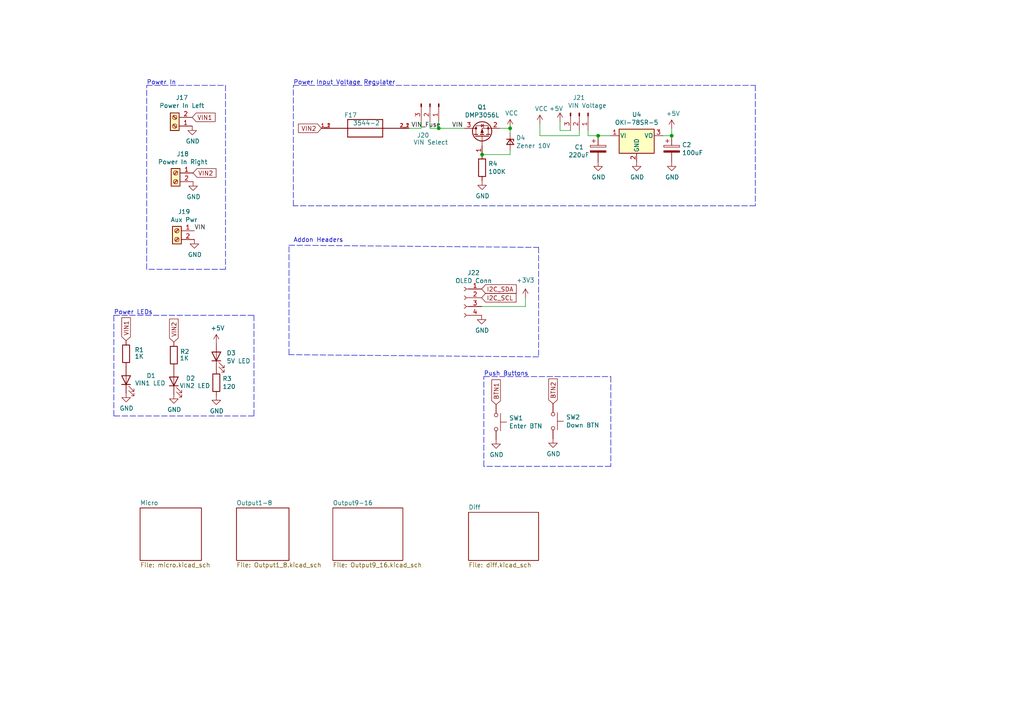
<source format=kicad_sch>
(kicad_sch (version 20211123) (generator eeschema)
  (paper "A4")
  (title_block (title "ESP32 Controller") (date "2023-01-11") (rev "v1") (company "Scott Hanson"))
  (lib_symbols
    (symbol "Connector:Conn_01x03_Male" (pin_names (offset 1.016) hide)
      (property "Reference" "J" (at 0 5.08 0))
      (property "Value" "Conn_01x03_Male" (at 0 -5.08 0))
      (symbol "Conn_01x03_Male_1_1"
        (polyline (pts (xy 1.27 -2.54) (xy 0.8636 -2.54)) (stroke (width 0.1524)))
        (polyline (pts (xy 1.27 0) (xy 0.8636 0)) (stroke (width 0.1524)))
        (polyline (pts (xy 1.27 2.54) (xy 0.8636 2.54)) (stroke (width 0.1524)))
        (rectangle (start 0.8636 -2.413) (end 0 -2.667) (stroke (width 0.1524)) (fill (type outline)))
        (rectangle (start 0.8636 0.127) (end 0 -0.127) (stroke (width 0.1524)) (fill (type outline)))
        (rectangle (start 0.8636 2.667) (end 0 2.413) (stroke (width 0.1524)) (fill (type outline)))
        (pin passive line (at 5.08 2.54 180) (length 3.81) (name "Pin_1") (number "1"))
        (pin passive line (at 5.08 0 180) (length 3.81) (name "Pin_2") (number "2"))
        (pin passive line (at 5.08 -2.54 180) (length 3.81) (name "Pin_3") (number "3"))
      )
    )
    (symbol "Connector:Conn_01x04_Female" (pin_names (offset 1.016) hide)
      (property "Reference" "J" (at 0 5.08 0))
      (property "Value" "Conn_01x04_Female" (at 0 -7.62 0))
      (symbol "Conn_01x04_Female_1_1"
        (arc (start 0 -4.572) (mid -0.508 -5.08) (end 0 -5.588) (stroke (width 0.1524)))
        (arc (start 0 -2.032) (mid -0.508 -2.54) (end 0 -3.048) (stroke (width 0.1524)))
        (polyline (pts (xy -1.27 -5.08) (xy -0.508 -5.08)) (stroke (width 0.1524)))
        (polyline (pts (xy -1.27 -2.54) (xy -0.508 -2.54)) (stroke (width 0.1524)))
        (polyline (pts (xy -1.27 0) (xy -0.508 0)) (stroke (width 0.1524)))
        (polyline (pts (xy -1.27 2.54) (xy -0.508 2.54)) (stroke (width 0.1524)))
        (arc (start 0 0.508) (mid -0.508 0) (end 0 -0.508) (stroke (width 0.1524)))
        (arc (start 0 3.048) (mid -0.508 2.54) (end 0 2.032) (stroke (width 0.1524)))
        (pin passive line (at -5.08 2.54 0) (length 3.81) (name "Pin_1") (number "1"))
        (pin passive line (at -5.08 0 0) (length 3.81) (name "Pin_2") (number "2"))
        (pin passive line (at -5.08 -2.54 0) (length 3.81) (name "Pin_3") (number "3"))
        (pin passive line (at -5.08 -5.08 0) (length 3.81) (name "Pin_4") (number "4"))
      )
    )
    (symbol "Connector:Screw_Terminal_01x02" (pin_names (offset 1.016) hide)
      (property "Reference" "J" (at 0 2.54 0))
      (property "Value" "Screw_Terminal_01x02" (at 0 -5.08 0))
      (symbol "Screw_Terminal_01x02_1_1"
        (rectangle (start -1.27 1.27) (end 1.27 -3.81) (stroke (width 0.254)) (fill (type background)))
        (circle (center 0 -2.54) (radius 0.635) (stroke (width 0.1524)))
        (polyline (pts (xy -0.5334 -2.2098) (xy 0.3302 -3.048)) (stroke (width 0.1524)))
        (polyline (pts (xy -0.5334 0.3302) (xy 0.3302 -0.508)) (stroke (width 0.1524)))
        (polyline (pts (xy -0.3556 -2.032) (xy 0.508 -2.8702)) (stroke (width 0.1524)))
        (polyline (pts (xy -0.3556 0.508) (xy 0.508 -0.3302)) (stroke (width 0.1524)))
        (circle (center 0 0) (radius 0.635) (stroke (width 0.1524)))
        (pin passive line (at -5.08 0 0) (length 3.81) (name "Pin_1") (number "1"))
        (pin passive line (at -5.08 -2.54 0) (length 3.81) (name "Pin_2") (number "2"))
      )
    )
    (symbol "Device:D_Zener_Small" (pin_numbers hide) (pin_names (offset 0.254) hide)
      (property "Reference" "D" (at 0 2.286 0))
      (property "Value" "D_Zener_Small" (at 0 -2.286 0))
      (symbol "D_Zener_Small_0_1"
        (polyline (pts (xy 0.762 0) (xy -0.762 0)))
        (polyline (pts (xy -0.254 1.016) (xy -0.762 1.016) (xy -0.762 -1.016)) (stroke (width 0.254)))
        (polyline (pts (xy 0.762 1.016) (xy -0.762 0) (xy 0.762 -1.016) (xy 0.762 1.016)) (stroke (width 0.254)))
      )
      (symbol "D_Zener_Small_1_1"
        (pin passive line (at -2.54 0 0) (length 1.778) (name "K") (number "1"))
        (pin passive line (at 2.54 0 180) (length 1.778) (name "A") (number "2"))
      )
    )
    (symbol "Device:LED" (pin_numbers hide) (pin_names (offset 1.016) hide)
      (property "Reference" "D" (at 0 2.54 0))
      (property "Value" "LED" (at 0 -2.54 0))
      (symbol "LED_0_1"
        (polyline (pts (xy -1.27 -1.27) (xy -1.27 1.27)) (stroke (width 0.254)))
        (polyline (pts (xy -1.27 0) (xy 1.27 0)))
        (polyline (pts (xy 1.27 -1.27) (xy 1.27 1.27) (xy -1.27 0) (xy 1.27 -1.27)) (stroke (width 0.254)))
        (polyline (pts (xy -3.048 -0.762) (xy -4.572 -2.286) (xy -3.81 -2.286) (xy -4.572 -2.286) (xy -4.572 -1.524)))
        (polyline (pts (xy -1.778 -0.762) (xy -3.302 -2.286) (xy -2.54 -2.286) (xy -3.302 -2.286) (xy -3.302 -1.524)))
      )
      (symbol "LED_1_1"
        (pin passive line (at -3.81 0 0) (length 2.54) (name "K") (number "1"))
        (pin passive line (at 3.81 0 180) (length 2.54) (name "A") (number "2"))
      )
    )
    (symbol "Device:Q_PMOS_GSD" (pin_names (offset 0) hide)
      (property "Reference" "Q" (at 5.08 1.27 0))
      (property "Value" "Q_PMOS_GSD" (at 5.08 -1.27 0))
      (symbol "Q_PMOS_GSD_0_1"
        (polyline (pts (xy 0.254 0) (xy -2.54 0)))
        (polyline (pts (xy 0.254 1.905) (xy 0.254 -1.905)) (stroke (width 0.254)))
        (polyline (pts (xy 0.762 -1.27) (xy 0.762 -2.286)) (stroke (width 0.254)))
        (polyline (pts (xy 0.762 0.508) (xy 0.762 -0.508)) (stroke (width 0.254)))
        (polyline (pts (xy 0.762 2.286) (xy 0.762 1.27)) (stroke (width 0.254)))
        (polyline (pts (xy 2.54 2.54) (xy 2.54 1.778)))
        (polyline (pts (xy 2.54 -2.54) (xy 2.54 0) (xy 0.762 0)))
        (polyline (pts (xy 0.762 1.778) (xy 3.302 1.778) (xy 3.302 -1.778) (xy 0.762 -1.778)))
        (polyline (pts (xy 2.286 0) (xy 1.27 0.381) (xy 1.27 -0.381) (xy 2.286 0)) (fill (type outline)))
        (polyline (pts (xy 2.794 -0.508) (xy 2.921 -0.381) (xy 3.683 -0.381) (xy 3.81 -0.254)))
        (polyline (pts (xy 3.302 -0.381) (xy 2.921 0.254) (xy 3.683 0.254) (xy 3.302 -0.381)))
        (circle (center 1.651 0) (radius 2.794) (stroke (width 0.254)))
        (circle (center 2.54 -1.778) (radius 0.254) (fill (type outline)))
        (circle (center 2.54 1.778) (radius 0.254) (fill (type outline)))
      )
      (symbol "Q_PMOS_GSD_1_1"
        (pin input line (at -5.08 0 0) (length 2.54) (name "G") (number "1"))
        (pin passive line (at 2.54 -5.08 90) (length 2.54) (name "S") (number "2"))
        (pin passive line (at 2.54 5.08 270) (length 2.54) (name "D") (number "3"))
      )
    )
    (symbol "Device:R" (pin_numbers hide) (pin_names (offset 0))
      (property "Reference" "R" (at 2.032 0 90))
      (property "Value" "R" (at 0 0 90))
      (symbol "R_0_1"
        (rectangle (start -1.016 -2.54) (end 1.016 2.54) (stroke (width 0.254)))
      )
      (symbol "R_1_1"
        (pin passive line (at 0 3.81 270) (length 1.27) (name "~") (number "1"))
        (pin passive line (at 0 -3.81 90) (length 1.27) (name "~") (number "2"))
      )
    )
    (symbol "PB_16-rescue:3544-2-Keystone_Fuse" (pin_names (offset 1.016) hide)
      (property "Reference" "F" (at -5.08 3.302 0))
      (property "Value" "3544-2-Keystone_Fuse" (at -5.08 -5.08 0))
      (symbol "3544-2-Keystone_Fuse_0_0"
        (polyline (pts (xy -12.7 0) (xy 12.7 0)) (stroke (width 0.254)))
        (polyline (pts (xy -5.08 -2.54) (xy -5.08 2.54)) (stroke (width 0.254)))
        (polyline (pts (xy -5.08 2.54) (xy 5.08 2.54)) (stroke (width 0.254)))
        (polyline (pts (xy 5.08 -2.54) (xy -5.08 -2.54)) (stroke (width 0.254)))
        (polyline (pts (xy 5.08 2.54) (xy 5.08 -2.54)) (stroke (width 0.254)))
        (pin passive line (at -12.7 0 0) (length 2.54) (name "1") (number "1_1"))
        (pin passive line (at -12.7 0 0) (length 2.54) (name "1") (number "1_2"))
        (pin passive line (at 12.7 0 180) (length 2.54) (name "2") (number "2_1"))
        (pin passive line (at 12.7 0 180) (length 2.54) (name "2") (number "2_2"))
      )
    )
    (symbol "PB_16-rescue:CP-Device" (pin_numbers hide) (pin_names (offset 0.254))
      (property "Reference" "C" (at 0.635 2.54 0))
      (property "Value" "CP-Device" (at 0.635 -2.54 0))
      (symbol "CP-Device_0_1"
        (rectangle (start -2.286 0.508) (end 2.286 1.016))
        (polyline (pts (xy -1.778 2.286) (xy -0.762 2.286)))
        (polyline (pts (xy -1.27 2.794) (xy -1.27 1.778)))
        (rectangle (start 2.286 -0.508) (end -2.286 -1.016) (fill (type outline)))
      )
      (symbol "CP-Device_1_1"
        (pin passive line (at 0 3.81 270) (length 2.794) (name "~") (number "1"))
        (pin passive line (at 0 -3.81 90) (length 2.794) (name "~") (number "2"))
      )
    )
    (symbol "Regulator_Linear:LM7805_TO220" (pin_names (offset 0.254))
      (property "Reference" "U" (at -3.81 3.175 0))
      (property "Value" "LM7805_TO220" (at 0 3.175 0))
      (symbol "LM7805_TO220_0_1"
        (rectangle (start -5.08 1.905) (end 5.08 -5.08) (stroke (width 0.254)) (fill (type background)))
      )
      (symbol "LM7805_TO220_1_1"
        (pin power_in line (at -7.62 0 0) (length 2.54) (name "VI") (number "1"))
        (pin power_in line (at 0 -7.62 90) (length 2.54) (name "GND") (number "2"))
        (pin power_out line (at 7.62 0 180) (length 2.54) (name "VO") (number "3"))
      )
    )
    (symbol "Switch:SW_Push" (pin_numbers hide) (pin_names (offset 1.016) hide)
      (property "Reference" "SW" (at 1.27 2.54 0))
      (property "Value" "SW_Push" (at 0 -1.524 0))
      (symbol "SW_Push_0_1"
        (circle (center -2.032 0) (radius 0.508))
        (polyline (pts (xy 0 1.27) (xy 0 3.048)))
        (polyline (pts (xy 2.54 1.27) (xy -2.54 1.27)))
        (circle (center 2.032 0) (radius 0.508))
        (pin passive line (at -5.08 0 0) (length 2.54) (name "1") (number "1"))
        (pin passive line (at 5.08 0 180) (length 2.54) (name "2") (number "2"))
      )
    )
    (symbol "power:+3.3V" (power) (pin_names (offset 0))
      (property "Value" "+3.3V" (at 0 3.556 0))
      (symbol "+3.3V_0_1"
        (polyline (pts (xy -0.762 1.27) (xy 0 2.54)))
        (polyline (pts (xy 0 0) (xy 0 2.54)))
        (polyline (pts (xy 0 2.54) (xy 0.762 1.27)))
      )
      (symbol "+3.3V_1_1"
        (pin power_in line (at 0 0 90) (length 0) hide (name "+3V3") (number "1"))
      )
    )
    (symbol "power:+5V" (power) (pin_names (offset 0))
      (property "Value" "+5V" (at 0 3.556 0))
      (symbol "+5V_0_1"
        (polyline (pts (xy -0.762 1.27) (xy 0 2.54)))
        (polyline (pts (xy 0 0) (xy 0 2.54)))
        (polyline (pts (xy 0 2.54) (xy 0.762 1.27)))
      )
      (symbol "+5V_1_1"
        (pin power_in line (at 0 0 90) (length 0) hide (name "+5V") (number "1"))
      )
    )
    (symbol "power:GND" (power) (pin_names (offset 0))
      (property "Value" "GND" (at 0 -3.81 0))
      (symbol "GND_0_1"
        (polyline (pts (xy 0 0) (xy 0 -1.27) (xy 1.27 -1.27) (xy 0 -2.54) (xy -1.27 -1.27) (xy 0 -1.27)))
      )
      (symbol "GND_1_1"
        (pin power_in line (at 0 0 270) (length 0) hide (name "GND") (number "1"))
      )
    )
    (symbol "power:VCC" (power) (pin_names (offset 0))
      (property "Value" "VCC" (at 0 3.81 0))
      (symbol "VCC_0_1"
        (polyline (pts (xy -0.762 1.27) (xy 0 2.54)))
        (polyline (pts (xy 0 0) (xy 0 2.54)))
        (polyline (pts (xy 0 2.54) (xy 0.762 1.27)))
      )
      (symbol "VCC_1_1"
        (pin power_in line (at 0 0 90) (length 0) hide (name "VCC") (number "1"))
      )
    )
  )
  (junction (at 147.955 37.211))
  (junction (at 139.827 44.831))
  (junction (at 127.254 37.211))
  (junction (at 194.818 39.37))
  (junction (at 173.482 39.37))
  (polyline (pts (xy 156.21 71.755) (xy 156.21 103.505)))
  (polyline (pts (xy 65.405 24.765) (xy 65.405 78.105)))
  (polyline (pts (xy 42.545 24.765) (xy 65.405 24.765)))
  (polyline (pts (xy 73.66 91.44) (xy 73.66 120.65)))
  (wire (pts (xy 194.818 39.37) (xy 194.818 37.338)))
  (wire (pts (xy 162.433 37.846) (xy 165.481 37.846)))
  (wire (pts (xy 127.254 37.211) (xy 134.747 37.211)))
  (polyline (pts (xy 85.09 59.69) (xy 85.09 24.765)))
  (wire (pts (xy 168.021 37.846) (xy 168.021 39.37)))
  (wire (pts (xy 122.174 37.211) (xy 122.174 35.179)))
  (polyline (pts (xy 177.165 135.255) (xy 140.335 135.255)))
  (polyline (pts (xy 219.075 24.765) (xy 219.075 59.69)))
  (wire (pts (xy 124.714 37.211) (xy 124.714 35.179)))
  (polyline (pts (xy 83.82 71.12) (xy 156.21 71.755)))
  (wire (pts (xy 122.174 37.211) (xy 118.618 37.211)))
  (polyline (pts (xy 33.02 91.44) (xy 73.66 91.44)))
  (polyline (pts (xy 85.09 24.765) (xy 219.075 24.765)))
  (wire (pts (xy 127.254 35.179) (xy 127.254 37.211)))
  (wire (pts (xy 170.561 39.37) (xy 173.482 39.37)))
  (polyline (pts (xy 73.66 120.65) (xy 33.02 120.65)))
  (polyline (pts (xy 219.075 59.69) (xy 85.09 59.69)))
  (wire (pts (xy 168.021 39.37) (xy 156.591 39.37)))
  (wire (pts (xy 144.907 37.211) (xy 147.955 37.211)))
  (wire (pts (xy 139.7 88.9) (xy 152.4 88.9)))
  (wire (pts (xy 192.278 39.37) (xy 194.818 39.37)))
  (wire (pts (xy 162.433 35.306) (xy 162.433 37.846)))
  (wire (pts (xy 173.482 39.37) (xy 177.038 39.37)))
  (polyline (pts (xy 177.165 109.22) (xy 177.165 135.255)))
  (wire (pts (xy 147.955 43.688) (xy 147.955 44.831)))
  (wire (pts (xy 170.561 37.846) (xy 170.561 39.37)))
  (polyline (pts (xy 140.335 109.22) (xy 177.165 109.22)))
  (wire (pts (xy 152.4 88.9) (xy 152.4 86.36)))
  (polyline (pts (xy 83.82 102.87) (xy 83.82 71.12)))
  (wire (pts (xy 147.955 44.831) (xy 139.827 44.831)))
  (polyline (pts (xy 140.335 135.255) (xy 140.335 109.22)))
  (polyline (pts (xy 33.02 120.65) (xy 33.02 91.44)))
  (polyline (pts (xy 42.545 78.105) (xy 42.545 24.765)))
  (wire (pts (xy 124.714 37.211) (xy 127.254 37.211)))
  (polyline (pts (xy 65.405 78.105) (xy 42.545 78.105)))
  (wire (pts (xy 147.955 37.211) (xy 147.955 38.608)))
  (polyline (pts (xy 156.21 103.505) (xy 83.82 102.87)))
  (wire (pts (xy 156.591 39.37) (xy 156.591 35.941)))
  (text "Power Input Voltage Regulater" (at 85.09 24.765 0) (effects (font (size 1.27 1.27)) (justify left bottom)))
  (text "Power In" (at 42.545 24.765 0) (effects (font (size 1.27 1.27)) (justify left bottom)))
  (text "Power LEDs" (at 33.02 91.44 0) (effects (font (size 1.27 1.27)) (justify left bottom)))
  (text "Push Buttons" (at 140.335 109.22 0) (effects (font (size 1.27 1.27)) (justify left bottom)))
  (text "Addon Headers" (at 85.09 70.485 0) (effects (font (size 1.27 1.27)) (justify left bottom)))
  (label "VIN" (at 131.064 37.211 0))
  (label "VIN_Fuse" (at 119.253 37.211 0))
  (label "VIN" (at 56.388 66.929 0))
  (global_label "VIN2" (shape input) (at 50.419 99.187 90) (property "Intersheet References" "${INTERSHEET_REFS}" (effects hide)))
  (global_label "BTN1" (shape input) (at 143.891 117.348 90) (property "Intersheet References" "${INTERSHEET_REFS}" (effects hide)))
  (global_label "VIN1" (shape input) (at 55.753 34.036 0) (property "Intersheet References" "${INTERSHEET_REFS}" (effects hide)))
  (global_label "VIN2" (shape input) (at 56.007 50.165 0) (property "Intersheet References" "${INTERSHEET_REFS}" (effects hide)))
  (global_label "I2C_SDA" (shape input) (at 139.7 83.82 0) (property "Intersheet References" "${INTERSHEET_REFS}" (effects hide)))
  (global_label "VIN1" (shape input) (at 36.576 98.806 90) (property "Intersheet References" "${INTERSHEET_REFS}" (effects hide)))
  (global_label "VIN2" (shape input) (at 93.218 37.211 180) (property "Intersheet References" "${INTERSHEET_REFS}" (effects hide)))
  (global_label "BTN2" (shape input) (at 160.401 117.094 90) (property "Intersheet References" "${INTERSHEET_REFS}" (effects hide)))
  (global_label "I2C_SCL" (shape input) (at 139.7 86.36 0) (property "Intersheet References" "${INTERSHEET_REFS}" (effects hide)))
  (symbol (lib_id "PB_16-rescue:CP-Device") (at 194.818 43.18 0) (unit 1)
    (property "Reference" "C2" (at 197.8152 42.0116 0) (effects (justify left)))
    (property "Value" "100uF" (at 197.8152 44.323 0) (effects (justify left)))
    (property "Footprint" "Capacitor_SMD:CP_Elec_6.3x5.4_Nichicon" (effects hide))
    (property "Digi-Key_PN" "493-2105-1-ND" (effects hide))
    (property "MPN" "UWX1C101MCL1GB" (effects hide))
    (property "LCSC" "C134723" (effects hide))
  )
  (symbol (lib_id "Device:LED") (at 36.576 110.236 90) (unit 1)
    (property "Reference" "D1" (at 43.815 108.966 90))
    (property "Value" "VIN1 LED" (at 43.561 111.125 90))
    (property "Footprint" "LED_SMD:LED_0603_1608Metric_Pad1.05x0.95mm_HandSolder" (effects hide))
    (property "Digi-Key_PN" "160-1423-1-ND" (effects hide))
    (property "MPN" "LTST-C171GKT" (effects hide))
    (property "LCSC" "C2297" (effects hide))
  )
  (symbol (lib_id "power:GND") (at 184.658 46.99 0) (unit 1)
    (property "Reference" "#PWR020" (effects hide))
    (property "Value" "GND" (at 184.785 51.3842 0))
  )
  (symbol (lib_id "Switch:SW_Push") (at 143.891 122.428 270) (unit 1)
    (property "Reference" "SW1" (at 147.6502 121.2596 90) (effects (justify left)))
    (property "Value" "Enter BTN" (at 147.6502 123.571 90) (effects (justify left)))
    (property "Footprint" "Button_Switch_SMD:SW_Push_1P1T_NO_6x6mm_H9.5mm" (effects hide))
    (property "Digi-Key_PN" "CKN9088CT-ND" (effects hide))
    (property "MPN" "PTS645SL50SMTR92 LFS" (effects hide))
  )
  (symbol (lib_id "power:GND") (at 143.891 127.508 0) (unit 1)
    (property "Reference" "#PWR013" (effects hide))
    (property "Value" "GND" (at 144.018 131.9022 0))
  )
  (symbol (lib_id "power:+5V") (at 194.818 37.338 0) (unit 1)
    (property "Reference" "#PWR021" (effects hide))
    (property "Value" "+5V" (at 195.199 32.9438 0))
  )
  (symbol (lib_id "power:GND") (at 50.419 114.427 0) (unit 1)
    (property "Reference" "#PWR02" (effects hide))
    (property "Value" "GND" (at 50.546 118.8212 0))
  )
  (symbol (lib_id "Device:Q_PMOS_GSD") (at 139.827 39.751 90) (unit 1)
    (property "Reference" "Q1" (at 139.827 31.0642 90))
    (property "Value" "DMP3056L" (at 139.827 33.3756 90))
    (property "Footprint" "Package_TO_SOT_SMD:SOT-23" (effects hide))
    (property "Digi-Key_PN" "DMP3056L-7DICT-ND" (effects hide))
    (property "MPN" "DMP3056L-7" (effects hide))
    (property "LCSC" "C150724" (effects hide))
  )
  (symbol (lib_id "power:+5V") (at 162.433 35.306 0) (unit 1)
    (property "Reference" "#PWR018" (effects hide))
    (property "Value" "+5V" (at 161.29 31.496 0))
  )
  (symbol (lib_id "Device:LED") (at 50.419 110.617 90) (unit 1)
    (property "Reference" "D2" (at 55.245 109.728 90))
    (property "Value" "VIN2 LED" (at 56.515 111.887 90))
    (property "Footprint" "LED_SMD:LED_0603_1608Metric_Pad1.05x0.95mm_HandSolder" (effects hide))
    (property "Digi-Key_PN" "160-1423-1-ND" (effects hide))
    (property "MPN" "LTST-C171GKT" (effects hide))
    (property "LCSC" "C2297" (effects hide))
  )
  (symbol (lib_id "power:+5V") (at 62.738 99.568 0) (unit 1)
    (property "Reference" "#PWR06" (effects hide))
    (property "Value" "+5V" (at 63.119 95.1738 0))
  )
  (symbol (lib_id "power:VCC") (at 147.955 37.211 0) (unit 1)
    (property "Reference" "#PWR014" (effects hide))
    (property "Value" "VCC" (at 148.3868 32.8168 0))
  )
  (symbol (lib_id "Device:R") (at 50.419 102.997 180) (unit 1)
    (property "Reference" "R2" (at 53.594 101.981 0))
    (property "Value" "1K" (at 53.467 103.886 0))
    (property "Footprint" "Resistor_SMD:R_0603_1608Metric_Pad0.98x0.95mm_HandSolder" (effects hide))
    (property "Digi-Key_PN" "RNCP0805FTD1K00CT-ND" (effects hide))
    (property "MPN" "RNCP0805FTD1K00" (effects hide))
    (property "LCSC" "C17513" (effects hide))
  )
  (symbol (lib_id "Device:R") (at 139.827 48.641 180) (unit 1)
    (property "Reference" "R4" (at 141.605 47.4726 0) (effects (justify right)))
    (property "Value" "100K" (at 141.605 49.784 0) (effects (justify right)))
    (property "Footprint" "Resistor_SMD:R_0603_1608Metric_Pad0.98x0.95mm_HandSolder" (effects hide))
    (property "Digi-Key_PN" "311-100KCRCT-ND" (effects hide))
    (property "MPN" "RC0805FR-07100KL" (effects hide))
    (property "LCSC" "C17407" (effects hide))
  )
  (symbol (lib_id "PB_16-rescue:3544-2-Keystone_Fuse") (at 105.918 37.211 0) (unit 1)
    (property "Reference" "F17" (at 99.822 33.401 0) (effects (justify left)))
    (property "Value" "3544-2" (at 102.362 35.687 0) (effects (justify left)))
    (property "Footprint" "Fuse:FUSE_3544-2" (effects hide))
    (property "Field4" "3544-2" (effects hide))
    (property "Field5" "None" (effects hide))
    (property "Field6" "Unavailable" (effects hide))
    (property "Field7" "Fuse Clip; 500 VAC; 30 A; PCB; For 0.110 in. x 0.032 in. mini blade fuses" (effects hide))
    (property "Field8" "Keystone Electronics" (effects hide))
    (property "Digi-Key_PN" "36-3544-2-ND" (effects hide))
    (property "MPN" "3544-2" (effects hide))
  )
  (symbol (lib_id "power:GND") (at 62.738 114.808 0) (unit 1)
    (property "Reference" "#PWR07" (effects hide))
    (property "Value" "GND" (at 62.865 119.2022 0))
  )
  (symbol (lib_id "Switch:SW_Push") (at 160.401 122.174 270) (unit 1)
    (property "Reference" "SW2" (at 164.1602 121.0056 90) (effects (justify left)))
    (property "Value" "Down BTN" (at 164.1602 123.317 90) (effects (justify left)))
    (property "Footprint" "Button_Switch_SMD:SW_Push_1P1T_NO_6x6mm_H9.5mm" (effects hide))
    (property "Digi-Key_PN" "CKN9088CT-ND" (effects hide))
    (property "MPN" "PTS645SL50SMTR92 LFS" (effects hide))
  )
  (symbol (lib_id "power:+3.3V") (at 152.4 86.36 0) (unit 1)
    (property "Reference" "#PWR015" (effects hide))
    (property "Value" "+3.3V" (at 152.4 81.28 0))
  )
  (symbol (lib_id "power:GND") (at 56.388 69.469 0) (unit 1)
    (property "Reference" "#PWR05" (effects hide))
    (property "Value" "GND" (at 56.515 73.8632 0))
  )
  (symbol (lib_id "power:GND") (at 36.576 114.046 0) (unit 1)
    (property "Reference" "#PWR01" (effects hide))
    (property "Value" "GND" (at 36.703 118.4402 0))
  )
  (symbol (lib_id "power:GND") (at 56.007 52.705 0) (unit 1)
    (property "Reference" "#PWR04" (effects hide))
    (property "Value" "GND" (at 56.134 57.0992 0))
  )
  (symbol (lib_id "Connector:Conn_01x04_Female") (at 134.62 86.36 0) (mirror y) (unit 1)
    (property "Reference" "J22" (at 137.3632 79.121 0))
    (property "Value" "OLED Conn" (at 137.3632 81.4324 0))
    (property "Footprint" "Connector_PinSocket_2.54mm:PinSocket_1x04_P2.54mm_Vertical" (effects hide))
    (property "Digi-Key_PN" "S7002-ND" (effects hide))
    (property "MPN" "PPTC041LFBN-RC" (effects hide))
  )
  (symbol (lib_id "power:GND") (at 139.827 52.451 0) (unit 1)
    (property "Reference" "#PWR012" (effects hide))
    (property "Value" "GND" (at 139.954 56.8452 0))
  )
  (symbol (lib_id "Connector:Screw_Terminal_01x02") (at 51.308 66.929 0) (mirror y) (unit 1)
    (property "Reference" "J19" (at 53.3908 61.4172 0))
    (property "Value" "Aux Pwr" (at 53.3908 63.7286 0))
    (property "Footprint" "MKDS1_2-3.81:PHOENIX_MKDS1_2-3.81" (effects hide))
    (property "Digi-Key_PN" "277-1947-ND" (effects hide))
    (property "MPN" "1727010" (effects hide))
  )
  (symbol (lib_id "Connector:Conn_01x03_Male") (at 168.021 32.766 270) (unit 1)
    (property "Reference" "J21" (at 166.116 28.321 90) (effects (justify left)))
    (property "Value" "VIN Voltage" (at 164.719 30.607 90) (effects (justify left)))
    (property "Footprint" "Connector_PinHeader_2.54mm:PinHeader_1x03_P2.54mm_Vertical" (effects hide))
    (property "Digi-Key_PN" "732-5316-ND" (effects hide))
    (property "MPN" "61300311121" (effects hide))
  )
  (symbol (lib_id "PB_16-rescue:CP-Device") (at 173.482 43.18 0) (unit 1)
    (property "Reference" "C1" (at 166.624 42.672 0) (effects (justify left)))
    (property "Value" "220uF" (at 164.846 44.958 0) (effects (justify left)))
    (property "Footprint" "Capacitor_THT:CP_Radial_D10.0mm_P5.00mm" (effects hide))
    (property "Digi-Key_PN" "P5183-ND" (effects hide))
    (property "MPN" "ECA-1HM221" (effects hide))
  )
  (symbol (lib_id "Connector:Screw_Terminal_01x02") (at 50.927 50.165 0) (mirror y) (unit 1)
    (property "Reference" "J18" (at 53.0098 44.6532 0))
    (property "Value" "Power In Right" (at 53.0098 46.9646 0))
    (property "Footprint" "Barrier_Blocks:BARRIER_BLOCK_1ROW_2POS_P9.5MM" (effects hide))
    (property "Digi-Key_PN" "ED2953-ND" (effects hide))
    (property "MPN" "OSTYK51102030" (effects hide))
  )
  (symbol (lib_id "power:GND") (at 139.7 91.44 0) (unit 1)
    (property "Reference" "#PWR011" (effects hide))
    (property "Value" "GND" (at 139.827 95.8342 0))
  )
  (symbol (lib_id "Device:R") (at 36.576 102.616 180) (unit 1)
    (property "Reference" "R1" (at 40.386 101.473 0))
    (property "Value" "1K" (at 40.386 103.378 0))
    (property "Footprint" "Resistor_SMD:R_0603_1608Metric_Pad0.98x0.95mm_HandSolder" (effects hide))
    (property "Digi-Key_PN" "RNCP0805FTD1K00CT-ND" (effects hide))
    (property "MPN" "RNCP0805FTD1K00" (effects hide))
    (property "LCSC" "C17513" (effects hide))
  )
  (symbol (lib_id "Device:LED") (at 62.738 103.378 90) (unit 1)
    (property "Reference" "D3" (at 65.7098 102.3874 90) (effects (justify right)))
    (property "Value" "5V LED" (at 65.7098 104.6988 90) (effects (justify right)))
    (property "Footprint" "LED_SMD:LED_0603_1608Metric_Pad1.05x0.95mm_HandSolder" (effects hide))
    (property "Digi-Key_PN" "160-1423-1-ND" (effects hide))
    (property "MPN" "LTST-C171GKT" (effects hide))
    (property "LCSC" "C2297" (effects hide))
  )
  (symbol (lib_id "Device:D_Zener_Small") (at 147.955 41.148 270) (unit 1)
    (property "Reference" "D4" (at 149.6822 39.9796 90) (effects (justify left)))
    (property "Value" "Zener 10V" (at 149.6822 42.291 90) (effects (justify left)))
    (property "Footprint" "Diode_SMD:D_SOD-123" (effects hide))
    (property "Digi-Key_PN" "MMSZ5240B-FDICT-ND" (effects hide))
    (property "MPN" "MMSZ5240B-7-F" (effects hide))
    (property "LCSC" "C173431" (effects hide))
  )
  (symbol (lib_id "Regulator_Linear:LM7805_TO220") (at 184.658 39.37 0) (unit 1)
    (property "Reference" "U4" (at 184.658 33.2232 0))
    (property "Value" "OKI-78SR-5" (at 184.658 35.5346 0))
    (property "Footprint" "Converter_DCDC:Converter_DCDC_muRata_OKI-78SR_Horizontal" (effects hide))
    (property "Datasheet" "http://www.fairchildsemi.com/ds/LM/LM7805.pdf" (effects hide))
    (property "Digi-Key_PN" "811-2196-5-ND" (effects hide))
    (property "MPN" "OKI-78SR-5/1.5-W36-C" (effects hide))
  )
  (symbol (lib_id "power:GND") (at 55.753 36.576 0) (unit 1)
    (property "Reference" "#PWR03" (effects hide))
    (property "Value" "GND" (at 55.88 40.9702 0))
  )
  (symbol (lib_id "Connector:Screw_Terminal_01x02") (at 50.673 36.576 180) (unit 1)
    (property "Reference" "J17" (at 52.7558 28.321 0))
    (property "Value" "Power In Left" (at 52.7558 30.6324 0))
    (property "Footprint" "Barrier_Blocks:BARRIER_BLOCK_1ROW_2POS_P9.5MM" (effects hide))
    (property "Digi-Key_PN" "ED2953-ND" (effects hide))
    (property "MPN" "OSTYK51102030" (effects hide))
  )
  (symbol (lib_id "power:GND") (at 194.818 46.99 0) (unit 1)
    (property "Reference" "#PWR022" (effects hide))
    (property "Value" "GND" (at 194.945 51.3842 0))
  )
  (symbol (lib_id "power:GND") (at 173.482 46.99 0) (unit 1)
    (property "Reference" "#PWR019" (effects hide))
    (property "Value" "GND" (at 173.609 51.3842 0))
  )
  (symbol (lib_id "power:GND") (at 160.401 127.254 0) (unit 1)
    (property "Reference" "#PWR017" (effects hide))
    (property "Value" "GND" (at 160.528 131.6482 0))
  )
  (symbol (lib_id "Device:R") (at 62.738 110.998 180) (unit 1)
    (property "Reference" "R3" (at 64.516 109.8296 0) (effects (justify right)))
    (property "Value" "120" (at 64.516 112.141 0) (effects (justify right)))
    (property "Footprint" "Resistor_SMD:R_0603_1608Metric_Pad0.98x0.95mm_HandSolder" (effects hide))
    (property "Digi-Key_PN" "311-120ARCT-ND" (effects hide))
    (property "MPN" "RC0805JR-07120RL" (effects hide))
    (property "LCSC" "C17437" (effects hide))
  )
  (symbol (lib_id "Connector:Conn_01x03_Male") (at 124.714 30.099 270) (unit 1)
    (property "Reference" "J20" (at 120.904 39.243 90) (effects (justify left)))
    (property "Value" "VIN Select" (at 119.888 41.275 90) (effects (justify left)))
    (property "Footprint" "Connector_PinHeader_2.54mm:PinHeader_1x03_P2.54mm_Vertical" (effects hide))
    (property "Digi-Key_PN" "732-5316-ND" (effects hide))
    (property "MPN" "61300311121" (effects hide))
  )
  (symbol (lib_id "power:VCC") (at 156.591 35.941 0) (unit 1)
    (property "Reference" "#PWR016" (effects hide))
    (property "Value" "VCC" (at 157.0228 31.5468 0))
  )
  (sheet (at 40.64 147.32) (size 17.78 15.24) (stroke (width 0.1524))
    (property "Sheet name" "Micro" (at 40.64 146.6084 0) (effects (justify left bottom)))
    (property "Sheet file" "micro.kicad_sch" (at 40.64 163.1446 0) (effects (justify left top)))
  )
  (sheet (at 68.58 147.32) (size 15.24 15.24) (stroke (width 0.1524))
    (property "Sheet name" "Output1-8" (at 68.58 146.6084 0) (effects (justify left bottom)))
    (property "Sheet file" "Output1_8.kicad_sch" (at 68.58 163.1446 0) (effects (justify left top)))
  )
  (sheet (at 135.89 148.59) (size 20.32 13.97) (stroke (width 0.1524))
    (property "Sheet name" "Diff" (at 135.89 147.8784 0) (effects (justify left bottom)))
    (property "Sheet file" "diff.kicad_sch" (at 135.89 163.1446 0) (effects (justify left top)))
  )
  (sheet (at 96.52 147.32) (size 20.32 15.24) (stroke (width 0.1524))
    (property "Sheet name" "Output9-16" (at 96.52 146.6084 0) (effects (justify left bottom)))
    (property "Sheet file" "Output9_16.kicad_sch" (at 96.52 163.1446 0) (effects (justify left top)))
  )
)
</source>
